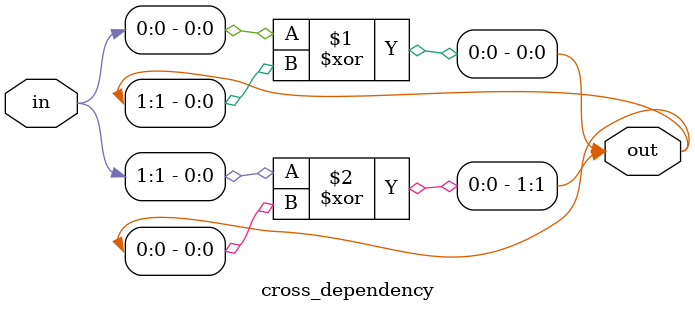
<source format=v>
module simple_vectorization(output wire [3:0] out, input wire [3:0] in);
    assign out[3] = in[3];
    assign out[2] = in[2];
    assign out[1] = in[1];
    assign out[0] = in[0];
endmodule

module reverse_endianess_vectorization(output wire [3:0] out, input wire [3:0] in);
    assign out[3] = in[0];
    assign out[2] = in[1];
    assign out[1] = in[2];
    assign out[0] = in[3];
endmodule

module linear_and_reverse(output wire [7:0] out, output wire [3:0] out2, input wire [7:0] in, input wire [3:0] in2);
    assign out[7] = in[7];
    assign out[6] = in[6];
    assign out[5] = in[5];
    assign out[4] = in[4];
    assign out[3] = in[3];
    assign out[2] = in[2];
    assign out[1] = in[1];
    assign out[0] = in[0];

    assign out2[3] = in2[0];
    assign out2[2] = in2[1]; 
    assign out2[1] = in2[2];
    assign out2[0] = in2[3];
endmodule

// Bit shuffles
module bit_mixing_vectorization(output wire [3:0] out2, output wire [7:0] out, input wire [3:0] in2,  input wire [7:0] in);
    assign out2[3] = in2[0];
    assign out2[1] = in2[2];
    assign out2[2] = in2[3];
    assign out2[0] = in2[1];

    assign out[7] = in[7];
    assign out[6] = in[6];
    assign out[5] = in[4];
    assign out[4] = in[5];
    assign out[3] = in[0];
    assign out[2] = in[3];
    assign out[1] = in[2];
    assign out[0] = in[1];
endmodule

// Use of combined logic gates or gates controlled by enable signals,
//Bitwise mathematical operations in multiple patterns
module test_mux(output wire [3:0] result, input wire [3:0] a, b, input wire sel);
    assign result[3] = (a[3] & sel) | (b[3] & ~sel);
    assign result[2] = (a[2] & sel) | (b[2] & ~sel);
    assign result[1] = (a[1] & sel) | (b[1] & ~sel);
    assign result[0] = (a[0] & sel) | (b[0] & ~sel);
endmodule

module test_and_enable(output wire [3:0] o, input wire [3:0] a, input wire enable);
  assign o[3] = a[3] & enable;
  assign o[2] = a[2] & enable;
  assign o[1] = a[1] & enable;
  assign o[0] = a[0] & enable;
endmodule

module test_multiple_patterns(
  output wire [3:0] out_xor,
  output wire [3:0] out_and,
  input wire [3:0] a, b, c
);
  assign out_xor[3] = a[3] ^ b[3];
  assign out_xor[2] = a[2] ^ b[2];
  assign out_xor[1] = a[1] ^ b[1];
  assign out_xor[0] = a[0] ^ b[0];

  assign out_and[3] = a[3] & c[3];
  assign out_and[2] = a[2] & c[2];
  assign out_and[1] = a[1] & c[1];
  assign out_and[0] = a[0] & c[0];
endmodule

module test_multiple_patterns_reverse(
  output wire [3:0] out_xor,
  input wire [3:0] a, b
);
  assign out_xor[3] = a[3] ^ b[0];
  assign out_xor[2] = a[2] ^ b[1];
  assign out_xor[1] = a[1] ^ b[2];
  assign out_xor[0] = a[0] ^ b[3];
endmodule

module CustomLogic (
  output wire [7:0] out,
  input  wire [7:0] a,
  input  wire [7:0] b
);

  assign out[0] = (a[0] & b[0]) | ~a[0];
  assign out[1] = (a[1] & b[1]) | ~a[1];
  assign out[2] = (a[2] & b[2]) | ~a[2];
  assign out[3] = (a[3] & b[3]) | ~a[3];
  assign out[4] = (a[4] & b[4]) | ~a[4];
  assign out[5] = (a[5] & b[5]) | ~a[5];
  assign out[6] = (a[6] & b[6]) | ~a[6];
  assign out[7] = (a[7] & b[7]) | ~a[7];

endmodule

module GatedXOR (
  output wire [3:0] out,
  input  wire [3:0] a,
  input  wire [3:0] b,
  input  wire       enable
);

  assign out[0] = (a[0] ^ b[0]) & enable;
  assign out[1] = (a[1] ^ b[1]) & enable;
  assign out[2] = (a[2] ^ b[2]) & enable;
  assign out[3] = (a[3] ^ b[3]) & enable;

endmodule

module with_logic_gate(output wire [3:0] out, input wire [3:0] in);
    assign out[3] = in[3];
    assign out[2] = in[2];
    assign out[1] = in[1];
    assign out[0] = in[1] ^ in[0]; 
endmodule

module bit_drop(output wire [3:0] out, input wire [3:0] in);
    assign out[3] = in[3];
    assign out[2] = in[2];
    assign out[1] = in[1];
    assign out[0] = 1'b0; 
endmodule

module bit_duplicate(output wire [3:0] out, input wire [3:0] in);
    assign out[3] = in[3];
    assign out[2] = in[2];
    assign out[1] = in[0]; 
    assign out[0] = in[0]; 
endmodule

module ShuffledXOR(
  output wire [3:0] out,
  input  wire [3:0] a,
  input  wire [3:0] b
);

  wire [3:0] temp;
  assign temp = a ^ b; 

  assign out[3] = temp[0];
  assign out[2] = temp[2];
  assign out[1] = temp[3];
  assign out[0] = temp[1];

endmodule

module LogicalShiftRightBy2(
  output wire [7:0] out,
  input  wire [7:0] in
);

  assign out[7] = 1'b0;
  assign out[6] = 1'b0;
  assign out[5] = in[7];
  assign out[4] = in[6];
  assign out[3] = in[5];
  assign out[2] = in[4];
  assign out[1] = in[3];
  assign out[0] = in[2];

endmodule

module VectorizedEnable(
  output wire [3:0] o,
  input wire [3:0] a,
  input wire [3:0] enable
);

  assign o[3] = a[3] & enable[3];
  assign o[2] = a[2] & enable[2];
  assign o[1] = a[1] & enable[1];
  assign o[0] = a[0] & enable[0];
  
endmodule

module mixed_sources(
    output wire [7:0] out,
    input wire [3:0] in1,
    input wire [3:0] in2
);
    assign out[7:4] = in1;
    assign out[3:0] = in2;
endmodule

module InconsistentLogic(
  output wire [3:0] out,
  input  wire [3:0] a,
  input  wire [3:0] b
);

  assign out[3] = a[3] & b[3]; 
  assign out[2] = a[2] | b[2]; 
  assign out[1] = a[1] ^ b[1]; 
  assign out[0] = ~a[0];       

endmodule

module ShiftAndXOR(
  output wire [3:0] out,
  input  wire [3:0] a,
  input  wire [3:0] b
);

  assign out[3] = a[3] ^ b[2]; 
  assign out[2] = a[2] ^ b[1];
  assign out[1] = a[1] ^ b[0];
  assign out[0] = a[0] ^ 1'b0; 

endmodule

//inline - intermodule_vectorization
module intermodule_vectorization(
  output wire [3:0] out,
  input  wire [3:0] in
);

  mybuf buf_inst3(out[3], in[3]);
  mybuf buf_inst2(out[2], in[2]);
  mybuf buf_inst1(out[1], in[1]);
  mybuf buf_inst0(out[0], in[0]);

endmodule

module mybuf(
  output wire o,
  input  wire i
);
  assign o = i;
endmodule

module bit_swapper(output wire o0, output wire o1, input wire i0, input wire i1);
  assign o0 = i1;
  assign o1 = i0;
endmodule

module top_byte_swap(output wire [7:0] o, input wire [7:0] i);
  bit_swapper s0 (.o0(o[0]), .o1(o[4]), .i0(i[0]), .i1(i[4]));
  bit_swapper s1 (.o0(o[1]), .o1(o[5]), .i0(i[1]), .i1(i[5]));
  bit_swapper s2 (.o0(o[2]), .o1(o[6]), .i0(i[2]), .i1(i[6]));
  bit_swapper s3 (.o0(o[3]), .o1(o[7]), .i0(i[3]), .i1(i[7]));
endmodule

// must NOT vectorize
module CarryChainAdder(
  output wire [3:0] sum,
  input  wire [3:0] a,
  input  wire [3:0] b
);

  wire [3:0] carry;

  assign sum[0] = a[0] ^ b[0];
  assign carry[0] = a[0] & b[0];

  assign sum[1] = a[1] ^ b[1] ^ carry[0]; 
  assign carry[1] = (a[1] & b[1]) | (a[1] & carry[0]) | (b[1] & carry[0]);

  assign sum[2] = a[2] ^ b[2] ^ carry[1]; 
  assign carry[2] = (a[2] & b[2]) | (a[2] & carry[1]) | (b[2] & carry[1]);
  
  assign sum[3] = a[3] ^ b[3] ^ carry[2]; 

endmodule

module test_add(output wire [3:0] o, input wire [3:0] a, b);
  assign o[3] = a[3] + b[3];
  assign o[2] = a[2] + b[2];
  assign o[1] = a[1] + b[1];
  assign o[0] = a[0] + b[0];
endmodule

module VectorizedSubtraction(
  output wire [7:0] o,
  input  wire [7:0] a, b
);

  assign o[7] = a[7] - b[7];
  assign o[6] = a[6] - b[6];
  assign o[5] = a[5] - b[5];
  assign o[4] = a[4] - b[4];
  assign o[3] = a[3] - b[3];
  assign o[2] = a[2] - b[2];
  assign o[1] = a[1] - b[1];
  assign o[0] = a[0] - b[0];
  
endmodule

module raw_example(
    input  [3:0] in,
    output [3:0] out
);
    assign out[3] = in[3];
    assign out[2] = out[3] & in[2];  
    assign out[1] = in[1];
    assign out[0] = in[0];
endmodule

module cross_dependency(
    input  [1:0] in,
    output [1:0] out
);
    assign out[0] = in[0] ^ out[1];
    assign out[1] = in[1] ^ out[0];
endmodule
</source>
